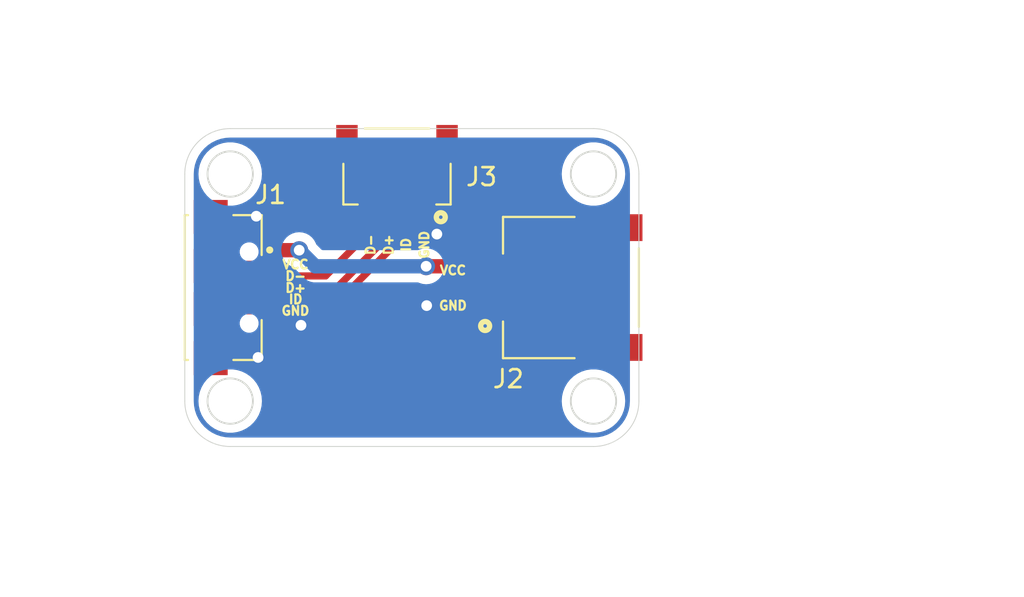
<source format=kicad_pcb>
(kicad_pcb (version 20240108) (generator "pcbnew") (generator_version "8.0")
  (layers (0 "F.Cu" signal) (31 "B.Cu" mixed) (34 "B.Paste" user) (35 "F.Paste" user) (36 "B.SilkS" user "B.Silkscreen") (37 "F.SilkS" user "F.Silkscreen") (38 "B.Mask" user) (39 "F.Mask" user) (44 "Edge.Cuts" user))
  (net 0 "")
  (net 1 "VCC")
  (net 2 "GND")
  (net 3 "D-")
  (net 4 "D+")
  (net 5 "ID")
  (footprint "footprints:JST_S2B-PH-SM4-TB_LF__SN_" (layer "F.Cu") (at 68.15 58.89 90)
    (property "Reference" "J2" (at -5.11 -0.05 180) (layer "F.SilkS") (effects (font (size 1.002189 1.002189))))
    (property "Value" "S2B-PH-SM4-TB_LF__SN_")
    (fp_line (start 3.95 -0.35) (end 1.9 -0.35) (stroke (width 0.127)) (layer "F.SilkS"))
    (fp_line (start -1.9 -0.35) (end -3.95 -0.35) (stroke (width 0.127)) (layer "F.SilkS"))
    (fp_line (start -3.95 -0.35) (end -3.95 3.65) (stroke (width 0.127)) (layer "F.SilkS"))
    (fp_line (start 3.95 3.65) (end 3.95 -0.35) (stroke (width 0.127)) (layer "F.SilkS"))
    (fp_line (start -2.2 7.25) (end 2.2 7.25) (stroke (width 0.127)) (layer "F.SilkS"))
    (fp_circle (center -2.15 -1.35) (end -2.05 -1.35) (stroke (width 0.3)) (fill none) (layer "F.SilkS"))
    (pad "1" smd rect (at 1 0 90) (size 1 3.5) (layers "F.Cu" "F.Paste" "F.Mask") (net 1 "VCC"))
    (pad "2" smd rect (at -1 0 90) (size 1 3.5) (layers "F.Cu" "F.Paste" "F.Mask") (net 2 "GND"))
    (pad "S1" smd rect (at -3.35 5.75 90) (size 1.5 3.4) (layers "F.Cu" "F.Paste" "F.Mask") (net 2 "GND"))
    (pad "S2" smd rect (at 3.35 5.75 90) (size 1.5 3.4) (layers "F.Cu" "F.Paste" "F.Mask") (net 2 "GND"))
  )
  (footprint "footprints:JST_SM04B-SRSS-TB_LF__SN_" (layer "F.Cu") (at 61.87 54.57 180)
    (property "Reference" "J3" (at -4.73 1.87 0) (layer "F.SilkS") (effects (font (size 1.001173 1.001173))))
    (property "Value" "SM04B-SRSS-TB_LF__SN_")
    (fp_line (start 3 0.325) (end 3 2.6) (stroke (width 0.127)) (layer "F.SilkS"))
    (fp_line (start 2.2 0.325) (end 3 0.325) (stroke (width 0.127)) (layer "F.SilkS"))
    (fp_line (start -1.8 4.575) (end 1.8 4.575) (stroke (width 0.127)) (layer "F.SilkS"))
    (fp_line (start -2.2 0.325) (end -3 0.325) (stroke (width 0.127)) (layer "F.SilkS"))
    (fp_line (start -3 0.325) (end -3 2.6) (stroke (width 0.127)) (layer "F.SilkS"))
    (fp_circle (center -2.45 -0.385) (end -2.35 -0.385) (stroke (width 0.3)) (fill none) (layer "F.SilkS"))
    (pad "1" smd rect (at 1.5 0 180) (size 0.6 1.55) (layers "F.Cu" "F.Paste" "F.Mask") (net 3 "D-"))
    (pad "2" smd rect (at 0.5 0 180) (size 0.6 1.55) (layers "F.Cu" "F.Paste" "F.Mask") (net 4 "D+"))
    (pad "3" smd rect (at -0.5 0 180) (size 0.6 1.55) (layers "F.Cu" "F.Paste" "F.Mask") (net 5 "ID"))
    (pad "4" smd rect (at -1.5 0 180) (size 0.6 1.55) (layers "F.Cu" "F.Paste" "F.Mask") (net 2 "GND"))
    (pad "S1" smd rect (at -2.8 3.875 180) (size 1.2 1.8) (layers "F.Cu" "F.Paste" "F.Mask") (net 2 "GND"))
    (pad "S2" smd rect (at 2.8 3.875 180) (size 1.2 1.8) (layers "F.Cu" "F.Paste" "F.Mask") (net 2 "GND"))
  )
  (footprint "footprints:CUI_UJ2-MIBH-G-SMT-TR" (layer "F.Cu") (at 51.45 58.89 -90)
    (property "Reference" "J1" (at -5.19 -3.35 0) (layer "F.SilkS"))
    (property "Value" "UJ2-MIBH-G-SMT-TR")
    (fp_line (start -4.05 1.45) (end 4.05 1.45) (stroke (width 0.127)) (layer "F.SilkS"))
    (fp_line (start 4.05 1.45) (end 4.05 1.27) (stroke (width 0.127)) (layer "F.SilkS"))
    (fp_line (start -4.05 1.27) (end -4.05 1.45) (stroke (width 0.127)) (layer "F.SilkS"))
    (fp_line (start -4.05 -1.27) (end -4.05 -2.85) (stroke (width 0.127)) (layer "F.SilkS"))
    (fp_line (start -4.05 -2.85) (end -1.82 -2.85) (stroke (width 0.127)) (layer "F.SilkS"))
    (fp_line (start 1.82 -2.85) (end 4.05 -2.85) (stroke (width 0.127)) (layer "F.SilkS"))
    (fp_line (start 4.05 -2.85) (end 4.05 -1.27) (stroke (width 0.127)) (layer "F.SilkS"))
    (fp_circle (center -2.1 -3.3) (end -2 -3.3) (stroke (width 0.2)) (fill none) (layer "F.SilkS"))
    (pad "" np_thru_hole circle (at -2 -2.15 270) (size 0.55 0.55) (drill 0.55) (layers "*.Cu" "*.Mask"))
    (pad "" np_thru_hole circle (at 2 -2.15 270) (size 0.55 0.55) (drill 0.55) (layers "*.Cu" "*.Mask"))
    (pad "1" smd rect (at -1.3 -2.675 270) (size 0.4 1.35) (layers "F.Cu" "F.Paste" "F.Mask") (net 1 "VCC"))
    (pad "2" smd rect (at -0.65 -2.675 270) (size 0.4 1.35) (layers "F.Cu" "F.Paste" "F.Mask") (net 3 "D-"))
    (pad "3" smd rect (at 0 -2.675 270) (size 0.4 1.35) (layers "F.Cu" "F.Paste" "F.Mask") (net 4 "D+"))
    (pad "4" smd rect (at 0.65 -2.675 270) (size 0.4 1.35) (layers "F.Cu" "F.Paste" "F.Mask") (net 5 "ID"))
    (pad "5" smd rect (at 1.3 -2.675 270) (size 0.4 1.35) (layers "F.Cu" "F.Paste" "F.Mask") (net 2 "GND"))
    (pad "S1" smd rect (at -3.95 0 270) (size 1.9 1.9) (layers "F.Cu" "F.Paste" "F.Mask") (net 2 "GND"))
    (pad "S2" smd rect (at -1.2 0 270) (size 1.9 1.9) (layers "F.Cu" "F.Paste" "F.Mask") (net 2 "GND"))
    (pad "S3" smd rect (at 1.2 0 270) (size 1.9 1.9) (layers "F.Cu" "F.Paste" "F.Mask") (net 2 "GND"))
    (pad "S4" smd rect (at 3.95 0 270) (size 1.9 1.9) (layers "F.Cu" "F.Paste" "F.Mask") (net 2 "GND"))
  )
  (gr_line (start 52.54 50) (end 72.86 50) (stroke (width 0.05)) (layer "Edge.Cuts"))
  (gr_line (start 50 52.54) (end 50 65.24) (stroke (width 0.05)) (layer "Edge.Cuts"))
  (gr_arc (start 52.54 67.78) (mid 50.743949 67.036051) (end 50 65.24) (stroke (width 0.05)) (layer "Edge.Cuts"))
  (gr_arc (start 72.86 50) (mid 74.656051 50.743949) (end 75.4 52.54) (stroke (width 0.05)) (layer "Edge.Cuts"))
  (gr_line (start 52.54 67.78) (end 72.86 67.78) (stroke (width 0.05)) (layer "Edge.Cuts"))
  (gr_circle (center 72.86 65.24) (end 74.13 65.24) (stroke (width 0.1)) (fill none) (layer "Edge.Cuts"))
  (gr_circle (center 52.54 65.24) (end 53.81 65.24) (stroke (width 0.1)) (fill none) (layer "Edge.Cuts"))
  (gr_circle (center 52.54 52.54) (end 53.81 52.54) (stroke (width 0.1)) (fill none) (layer "Edge.Cuts"))
  (gr_arc (start 50 52.54) (mid 50.743949 50.743949) (end 52.54 50) (stroke (width 0.05)) (layer "Edge.Cuts"))
  (gr_arc (start 75.4 65.24) (mid 74.656051 67.036051) (end 72.86 67.78) (stroke (width 0.05)) (layer "Edge.Cuts"))
  (gr_circle (center 72.86 52.54) (end 74.13 52.54) (stroke (width 0.1)) (fill none) (layer "Edge.Cuts"))
  (gr_line (start 75.4 52.54) (end 75.4 65.24) (stroke (width 0.05)) (layer "Edge.Cuts"))
  (gr_text "VCC" (at 65 57.93 0) (layer "F.SilkS") (effects (font (size 0.5 0.5) (thickness 0.125))))
  (gr_text "D-" (at 60.39 56.5 90) (layer "F.SilkS") (effects (font (size 0.5 0.5) (thickness 0.125))))
  (gr_text "ID" (at 56.2 59.55 0) (layer "F.SilkS") (effects (font (size 0.5 0.5) (thickness 0.125))))
  (gr_text "GND" (at 65 59.9 0) (layer "F.SilkS") (effects (font (size 0.5 0.5) (thickness 0.125))))
  (gr_text "GND" (at 63.4 56.5 90) (layer "F.SilkS") (effects (font (size 0.5 0.5) (thickness 0.125))))
  (gr_text "GND" (at 56.19 60.19 0) (layer "F.SilkS") (effects (font (size 0.5 0.5) (thickness 0.125))))
  (gr_text "D+" (at 61.4 56.5 90) (layer "F.SilkS") (effects (font (size 0.5 0.5) (thickness 0.125))))
  (gr_text "D+" (at 56.2 58.91 0) (layer "F.SilkS") (effects (font (size 0.5 0.5) (thickness 0.125))))
  (gr_text "VCC" (at 56.19 57.6 0) (layer "F.SilkS") (effects (font (size 0.5 0.5) (thickness 0.125))))
  (gr_text "D-" (at 56.2 58.25 0) (layer "F.SilkS") (effects (font (size 0.5 0.5) (thickness 0.125))))
  (gr_text "ID" (at 62.38 56.5 90) (layer "F.SilkS") (effects (font (size 0.5 0.5) (thickness 0.125))))
  (segment (start 54.71 57.59) (end 55.5 56.8) (width 0.4) (layer "F.Cu") (net 1))
  (segment (start 67.96 57.7) (end 68.15 57.89) (width 0.8) (layer "F.Cu") (net 1))
  (segment (start 55.5 56.8) (end 56.4 56.8) (width 0.8) (layer "F.Cu") (net 1))
  (segment (start 63.5 57.7) (end 67.96 57.7) (width 0.8) (layer "F.Cu") (net 1))
  (segment (start 54.125 57.59) (end 54.71 57.59) (width 0.4) (layer "F.Cu") (net 1))
  (via (at 56.4 56.8) (size 1) (drill 0.6) (layers "F.Cu" "B.Cu") (net 1))
  (via (at 63.5 57.7) (size 1) (drill 0.6) (layers "F.Cu" "B.Cu") (net 1))
  (segment (start 63.5 57.7) (end 57.3 57.7) (width 0.8) (layer "B.Cu") (net 1))
  (segment (start 57.3 57.7) (end 56.4 56.8) (width 0.8) (layer "B.Cu") (net 1))
  (segment (start 54.125 60.19) (end 55.2 60.19) (width 0.4) (layer "F.Cu") (net 2))
  (segment (start 51.45 62.84) (end 54.06 62.84) (width 1) (layer "F.Cu") (net 2))
  (segment (start 62.6 52.6) (end 60.5 52.6) (width 0.4) (layer "F.Cu") (net 2))
  (segment (start 51.45 54.94) (end 51.45 57.69) (width 1) (layer "F.Cu") (net 2))
  (segment (start 64.6 59.9) (end 63.53 59.9) (width 1) (layer "F.Cu") (net 2))
  (segment (start 63.37 53.395) (end 64.67 52.095) (width 0.6) (layer "F.Cu") (net 2))
  (segment (start 63.37 53.37) (end 62.6 52.6) (width 0.4) (layer "F.Cu") (net 2))
  (segment (start 60.5 52.6) (end 59.07 51.17) (width 0.4) (layer "F.Cu") (net 2))
  (segment (start 63.54 59.89) (end 63.53 59.9) (width 1) (layer "F.Cu") (net 2))
  (segment (start 63.37 55.17) (end 64.1 55.9) (width 0.4) (layer "F.Cu") (net 2))
  (segment (start 63.37 53.395) (end 63.37 53.37) (width 0.4) (layer "F.Cu") (net 2))
  (segment (start 54.06 62.84) (end 54.1 62.8) (width 1) (layer "F.Cu") (net 2))
  (segment (start 63.37 54.57) (end 63.37 53.395) (width 0.4) (layer "F.Cu") (net 2))
  (segment (start 51.45 62.84) (end 51.45 60.09) (width 1) (layer "F.Cu") (net 2))
  (segment (start 51.525 60.165) (end 51.45 60.09) (width 0.4) (layer "F.Cu") (net 2))
  (segment (start 55.7 60.2) (end 56.5 61) (width 0.4) (layer "F.Cu") (net 2))
  (segment (start 51.5 60.14) (end 54.075 60.14) (width 0.4) (layer "F.Cu") (net 2))
  (segment (start 53.925305 60.19) (end 53.900305 60.165) (width 0.4) (layer "F.Cu") (net 2))
  (segment (start 54.125 60.19) (end 53.925305 60.19) (width 0.4) (layer "F.Cu") (net 2))
  (segment (start 51.45 54.94) (end 53.96 54.94) (width 1) (layer "F.Cu") (net 2))
  (segment (start 55.2 60.19) (end 55.21 60.2) (width 0.4) (layer "F.Cu") (net 2))
  (segment (start 54.075 60.14) (end 54.125 60.19) (width 0.4) (layer "F.Cu") (net 2))
  (segment (start 51.45 57.69) (end 51.45 60.09) (width 1) (layer "F.Cu") (net 2))
  (segment (start 63.37 54.57) (end 63.37 55.17) (width 0.4) (layer "F.Cu") (net 2))
  (segment (start 51.45 60.09) (end 51.5 60.14) (width 0.4) (layer "F.Cu") (net 2))
  (segment (start 68.15 59.89) (end 63.54 59.89) (width 1) (layer "F.Cu") (net 2))
  (segment (start 53.96 54.94) (end 54 54.9) (width 1) (layer "F.Cu") (net 2))
  (segment (start 64.67 52.095) (end 64.67 50.8) (width 0.6) (layer "F.Cu") (net 2))
  (segment (start 59.07 51.17) (end 59.07 50.7) (width 0.4) (layer "F.Cu") (net 2))
  (segment (start 55.21 60.2) (end 55.7 60.2) (width 0.4) (layer "F.Cu") (net 2))
  (via (at 54.1 62.8) (size 1) (drill 0.6) (layers "F.Cu" "B.Cu") (net 2))
  (via (at 56.5 61) (size 1) (drill 0.6) (layers "F.Cu" "B.Cu") (net 2))
  (via (at 63.53 59.9) (size 1) (drill 0.6) (layers "F.Cu" "B.Cu") (net 2))
  (via (at 54 54.9) (size 1) (drill 0.6) (layers "F.Cu" "B.Cu") (net 2))
  (via (at 64.1 55.9) (size 1) (drill 0.6) (layers "F.Cu" "B.Cu") (net 2))
  (segment (start 60.37 55.745) (end 60.37 54.57) (width 0.4) (layer "F.Cu") (net 3))
  (segment (start 57.875 58.24) (end 60.37 55.745) (width 0.4) (layer "F.Cu") (net 3))
  (segment (start 54.125 58.24) (end 57.875 58.24) (width 0.4) (layer "F.Cu") (net 3))
  (segment (start 61.37 56.03) (end 61.37 54.57) (width 0.4) (layer "F.Cu") (net 4))
  (segment (start 58.51 58.89) (end 61.37 56.03) (width 0.4) (layer "F.Cu") (net 4))
  (segment (start 54.125 58.89) (end 58.51 58.89) (width 0.4) (layer "F.Cu") (net 4))
  (segment (start 54.125 59.54) (end 58.708528 59.54) (width 0.4) (layer "F.Cu") (net 5))
  (segment (start 58.708528 59.54) (end 62.37 55.878528) (width 0.4) (layer "F.Cu") (net 5))
  (segment (start 62.37 55.878528) (end 62.37 54.57) (width 0.4) (layer "F.Cu") (net 5))
  (zone (net 2) (net_name "GND") (layer "B.Cu") (connect_pads (clearance 0.5)) (min_thickness 0.25) (fill yes (thermal_gap 0.5) (thermal_bridge_width 0.5))
    (polygon (pts (xy 50 50) (xy 75.4 50) (xy 75.4 67.8) (xy 50 67.8)))
  )
)
</source>
